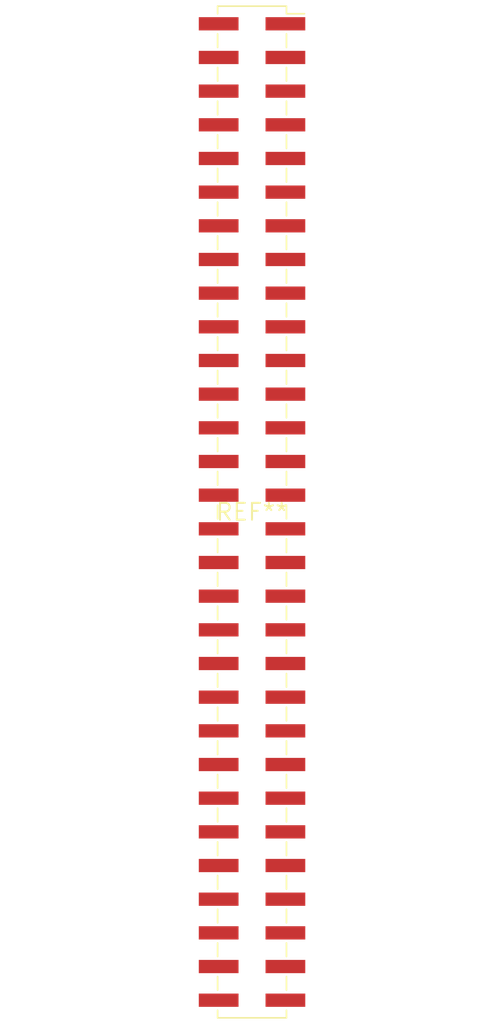
<source format=kicad_pcb>
(kicad_pcb (version 20240108) (generator pcbnew)
  (layers (0 "F.Cu" signal) (31 "B.Cu" signal) (34 "B.Paste" user) (35 "F.Paste" user) (36 "B.SilkS" user "B.Silkscreen") (37 "F.SilkS" user "F.Silkscreen") (38 "B.Mask" user) (39 "F.Mask" user) (44 "Edge.Cuts" user))
  (net 0 "")
  (footprint "PinSocket_2x30_P2.54mm_Vertical_SMD" (layer "F.Cu") (at 0 0)
    (property "Reference" "REF**")
    (property "Value" "PinSocket_2x30_P2.54mm_Vertical_SMD")
    (fp_line (start -2.6 -38.16) (end -2.6 -37.59) (layer "F.SilkS") (stroke (width 0.12)))
    (fp_line (start -2.6 -38.16) (end 2.6 -38.16) (layer "F.SilkS") (stroke (width 0.12)))
    (fp_line (start -2.6 -36.07) (end -2.6 -35.05) (layer "F.SilkS") (stroke (width 0.12)))
    (fp_line (start -2.6 -33.53) (end -2.6 -32.51) (layer "F.SilkS") (stroke (width 0.12)))
    (fp_line (start -2.6 -30.99) (end -2.6 -29.97) (layer "F.SilkS") (stroke (width 0.12)))
    (fp_line (start -2.6 -28.45) (end -2.6 -27.43) (layer "F.SilkS") (stroke (width 0.12)))
    (fp_line (start -2.6 -25.91) (end -2.6 -24.89) (layer "F.SilkS") (stroke (width 0.12)))
    (fp_line (start -2.6 -23.37) (end -2.6 -22.35) (layer "F.SilkS") (stroke (width 0.12)))
    (fp_line (start -2.6 -20.83) (end -2.6 -19.81) (layer "F.SilkS") (stroke (width 0.12)))
    (fp_line (start -2.6 -18.29) (end -2.6 -17.27) (layer "F.SilkS") (stroke (width 0.12)))
    (fp_line (start -2.6 -15.75) (end -2.6 -14.73) (layer "F.SilkS") (stroke (width 0.12)))
    (fp_line (start -2.6 -13.21) (end -2.6 -12.19) (layer "F.SilkS") (stroke (width 0.12)))
    (fp_line (start -2.6 -10.67) (end -2.6 -9.65) (layer "F.SilkS") (stroke (width 0.12)))
    (fp_line (start -2.6 -8.13) (end -2.6 -7.11) (layer "F.SilkS") (stroke (width 0.12)))
    (fp_line (start -2.6 -5.59) (end -2.6 -4.57) (layer "F.SilkS") (stroke (width 0.12)))
    (fp_line (start -2.6 -3.05) (end -2.6 -2.03) (layer "F.SilkS") (stroke (width 0.12)))
    (fp_line (start -2.6 -0.51) (end -2.6 0.51) (layer "F.SilkS") (stroke (width 0.12)))
    (fp_line (start -2.6 2.03) (end -2.6 3.05) (layer "F.SilkS") (stroke (width 0.12)))
    (fp_line (start -2.6 4.57) (end -2.6 5.59) (layer "F.SilkS") (stroke (width 0.12)))
    (fp_line (start -2.6 7.11) (end -2.6 8.13) (layer "F.SilkS") (stroke (width 0.12)))
    (fp_line (start -2.6 9.65) (end -2.6 10.67) (layer "F.SilkS") (stroke (width 0.12)))
    (fp_line (start -2.6 12.19) (end -2.6 13.21) (layer "F.SilkS") (stroke (width 0.12)))
    (fp_line (start -2.6 14.73) (end -2.6 15.75) (layer "F.SilkS") (stroke (width 0.12)))
    (fp_line (start -2.6 17.27) (end -2.6 18.29) (layer "F.SilkS") (stroke (width 0.12)))
    (fp_line (start -2.6 19.81) (end -2.6 20.83) (layer "F.SilkS") (stroke (width 0.12)))
    (fp_line (start -2.6 22.35) (end -2.6 23.37) (layer "F.SilkS") (stroke (width 0.12)))
    (fp_line (start -2.6 24.89) (end -2.6 25.91) (layer "F.SilkS") (stroke (width 0.12)))
    (fp_line (start -2.6 27.43) (end -2.6 28.45) (layer "F.SilkS") (stroke (width 0.12)))
    (fp_line (start -2.6 29.97) (end -2.6 30.99) (layer "F.SilkS") (stroke (width 0.12)))
    (fp_line (start -2.6 32.51) (end -2.6 33.53) (layer "F.SilkS") (stroke (width 0.12)))
    (fp_line (start -2.6 35.05) (end -2.6 36.07) (layer "F.SilkS") (stroke (width 0.12)))
    (fp_line (start -2.6 37.59) (end -2.6 38.16) (layer "F.SilkS") (stroke (width 0.12)))
    (fp_line (start -2.6 38.16) (end 2.6 38.16) (layer "F.SilkS") (stroke (width 0.12)))
    (fp_line (start 2.6 -38.16) (end 2.6 -37.59) (layer "F.SilkS") (stroke (width 0.12)))
    (fp_line (start 2.6 -37.59) (end 3.96 -37.59) (layer "F.SilkS") (stroke (width 0.12)))
    (fp_line (start 2.6 -36.07) (end 2.6 -35.05) (layer "F.SilkS") (stroke (width 0.12)))
    (fp_line (start 2.6 -33.53) (end 2.6 -32.51) (layer "F.SilkS") (stroke (width 0.12)))
    (fp_line (start 2.6 -30.99) (end 2.6 -29.97) (layer "F.SilkS") (stroke (width 0.12)))
    (fp_line (start 2.6 -28.45) (end 2.6 -27.43) (layer "F.SilkS") (stroke (width 0.12)))
    (fp_line (start 2.6 -25.91) (end 2.6 -24.89) (layer "F.SilkS") (stroke (width 0.12)))
    (fp_line (start 2.6 -23.37) (end 2.6 -22.35) (layer "F.SilkS") (stroke (width 0.12)))
    (fp_line (start 2.6 -20.83) (end 2.6 -19.81) (layer "F.SilkS") (stroke (width 0.12)))
    (fp_line (start 2.6 -18.29) (end 2.6 -17.27) (layer "F.SilkS") (stroke (width 0.12)))
    (fp_line (start 2.6 -15.75) (end 2.6 -14.73) (layer "F.SilkS") (stroke (width 0.12)))
    (fp_line (start 2.6 -13.21) (end 2.6 -12.19) (layer "F.SilkS") (stroke (width 0.12)))
    (fp_line (start 2.6 -10.67) (end 2.6 -9.65) (layer "F.SilkS") (stroke (width 0.12)))
    (fp_line (start 2.6 -8.13) (end 2.6 -7.11) (layer "F.SilkS") (stroke (width 0.12)))
    (fp_line (start 2.6 -5.59) (end 2.6 -4.57) (layer "F.SilkS") (stroke (width 0.12)))
    (fp_line (start 2.6 -3.05) (end 2.6 -2.03) (layer "F.SilkS") (stroke (width 0.12)))
    (fp_line (start 2.6 -0.51) (end 2.6 0.51) (layer "F.SilkS") (stroke (width 0.12)))
    (fp_line (start 2.6 2.03) (end 2.6 3.05) (layer "F.SilkS") (stroke (width 0.12)))
    (fp_line (start 2.6 4.57) (end 2.6 5.59) (layer "F.SilkS") (stroke (width 0.12)))
    (fp_line (start 2.6 7.11) (end 2.6 8.13) (layer "F.SilkS") (stroke (width 0.12)))
    (fp_line (start 2.6 9.65) (end 2.6 10.67) (layer "F.SilkS") (stroke (width 0.12)))
    (fp_line (start 2.6 12.19) (end 2.6 13.21) (layer "F.SilkS") (stroke (width 0.12)))
    (fp_line (start 2.6 14.73) (end 2.6 15.75) (layer "F.SilkS") (stroke (width 0.12)))
    (fp_line (start 2.6 17.27) (end 2.6 18.29) (layer "F.SilkS") (stroke (width 0.12)))
    (fp_line (start 2.6 19.81) (end 2.6 20.83) (layer "F.SilkS") (stroke (width 0.12)))
    (fp_line (start 2.6 22.35) (end 2.6 23.37) (layer "F.SilkS") (stroke (width 0.12)))
    (fp_line (start 2.6 24.89) (end 2.6 25.91) (layer "F.SilkS") (stroke (width 0.12)))
    (fp_line (start 2.6 27.43) (end 2.6 28.45) (layer "F.SilkS") (stroke (width 0.12)))
    (fp_line (start 2.6 29.97) (end 2.6 30.99) (layer "F.SilkS") (stroke (width 0.12)))
    (fp_line (start 2.6 32.51) (end 2.6 33.53) (layer "F.SilkS") (stroke (width 0.12)))
    (fp_line (start 2.6 35.05) (end 2.6 36.07) (layer "F.SilkS") (stroke (width 0.12)))
    (fp_line (start 2.6 37.59) (end 2.6 38.16) (layer "F.SilkS") (stroke (width 0.12)))
    (pad "1" smd rect (at 2.52 -36.83) (size 3 1) (layers "F.Cu" "F.Paste" "F.Mask"))
    (pad "2" smd rect (at -2.52 -36.83) (size 3 1) (layers "F.Cu" "F.Paste" "F.Mask"))
    (pad "3" smd rect (at 2.52 -34.29) (size 3 1) (layers "F.Cu" "F.Paste" "F.Mask"))
    (pad "4" smd rect (at -2.52 -34.29) (size 3 1) (layers "F.Cu" "F.Paste" "F.Mask"))
    (pad "5" smd rect (at 2.52 -31.75) (size 3 1) (layers "F.Cu" "F.Paste" "F.Mask"))
    (pad "6" smd rect (at -2.52 -31.75) (size 3 1) (layers "F.Cu" "F.Paste" "F.Mask"))
    (pad "7" smd rect (at 2.52 -29.21) (size 3 1) (layers "F.Cu" "F.Paste" "F.Mask"))
    (pad "8" smd rect (at -2.52 -29.21) (size 3 1) (layers "F.Cu" "F.Paste" "F.Mask"))
    (pad "9" smd rect (at 2.52 -26.67) (size 3 1) (layers "F.Cu" "F.Paste" "F.Mask"))
    (pad "10" smd rect (at -2.52 -26.67) (size 3 1) (layers "F.Cu" "F.Paste" "F.Mask"))
    (pad "11" smd rect (at 2.52 -24.13) (size 3 1) (layers "F.Cu" "F.Paste" "F.Mask"))
    (pad "12" smd rect (at -2.52 -24.13) (size 3 1) (layers "F.Cu" "F.Paste" "F.Mask"))
    (pad "13" smd rect (at 2.52 -21.59) (size 3 1) (layers "F.Cu" "F.Paste" "F.Mask"))
    (pad "14" smd rect (at -2.52 -21.59) (size 3 1) (layers "F.Cu" "F.Paste" "F.Mask"))
    (pad "15" smd rect (at 2.52 -19.05) (size 3 1) (layers "F.Cu" "F.Paste" "F.Mask"))
    (pad "16" smd rect (at -2.52 -19.05) (size 3 1) (layers "F.Cu" "F.Paste" "F.Mask"))
    (pad "17" smd rect (at 2.52 -16.51) (size 3 1) (layers "F.Cu" "F.Paste" "F.Mask"))
    (pad "18" smd rect (at -2.52 -16.51) (size 3 1) (layers "F.Cu" "F.Paste" "F.Mask"))
    (pad "19" smd rect (at 2.52 -13.97) (size 3 1) (layers "F.Cu" "F.Paste" "F.Mask"))
    (pad "20" smd rect (at -2.52 -13.97) (size 3 1) (layers "F.Cu" "F.Paste" "F.Mask"))
    (pad "21" smd rect (at 2.52 -11.43) (size 3 1) (layers "F.Cu" "F.Paste" "F.Mask"))
    (pad "22" smd rect (at -2.52 -11.43) (size 3 1) (layers "F.Cu" "F.Paste" "F.Mask"))
    (pad "23" smd rect (at 2.52 -8.89) (size 3 1) (layers "F.Cu" "F.Paste" "F.Mask"))
    (pad "24" smd rect (at -2.52 -8.89) (size 3 1) (layers "F.Cu" "F.Paste" "F.Mask"))
    (pad "25" smd rect (at 2.52 -6.35) (size 3 1) (layers "F.Cu" "F.Paste" "F.Mask"))
    (pad "26" smd rect (at -2.52 -6.35) (size 3 1) (layers "F.Cu" "F.Paste" "F.Mask"))
    (pad "27" smd rect (at 2.52 -3.81) (size 3 1) (layers "F.Cu" "F.Paste" "F.Mask"))
    (pad "28" smd rect (at -2.52 -3.81) (size 3 1) (layers "F.Cu" "F.Paste" "F.Mask"))
    (pad "29" smd rect (at 2.52 -1.27) (size 3 1) (layers "F.Cu" "F.Paste" "F.Mask"))
    (pad "30" smd rect (at -2.52 -1.27) (size 3 1) (layers "F.Cu" "F.Paste" "F.Mask"))
    (pad "31" smd rect (at 2.52 1.27) (size 3 1) (layers "F.Cu" "F.Paste" "F.Mask"))
    (pad "32" smd rect (at -2.52 1.27) (size 3 1) (layers "F.Cu" "F.Paste" "F.Mask"))
    (pad "33" smd rect (at 2.52 3.81) (size 3 1) (layers "F.Cu" "F.Paste" "F.Mask"))
    (pad "34" smd rect (at -2.52 3.81) (size 3 1) (layers "F.Cu" "F.Paste" "F.Mask"))
    (pad "35" smd rect (at 2.52 6.35) (size 3 1) (layers "F.Cu" "F.Paste" "F.Mask"))
    (pad "36" smd rect (at -2.52 6.35) (size 3 1) (layers "F.Cu" "F.Paste" "F.Mask"))
    (pad "37" smd rect (at 2.52 8.89) (size 3 1) (layers "F.Cu" "F.Paste" "F.Mask"))
    (pad "38" smd rect (at -2.52 8.89) (size 3 1) (layers "F.Cu" "F.Paste" "F.Mask"))
    (pad "39" smd rect (at 2.52 11.43) (size 3 1) (layers "F.Cu" "F.Paste" "F.Mask"))
    (pad "40" smd rect (at -2.52 11.43) (size 3 1) (layers "F.Cu" "F.Paste" "F.Mask"))
    (pad "41" smd rect (at 2.52 13.97) (size 3 1) (layers "F.Cu" "F.Paste" "F.Mask"))
    (pad "42" smd rect (at -2.52 13.97) (size 3 1) (layers "F.Cu" "F.Paste" "F.Mask"))
    (pad "43" smd rect (at 2.52 16.51) (size 3 1) (layers "F.Cu" "F.Paste" "F.Mask"))
    (pad "44" smd rect (at -2.52 16.51) (size 3 1) (layers "F.Cu" "F.Paste" "F.Mask"))
    (pad "45" smd rect (at 2.52 19.05) (size 3 1) (layers "F.Cu" "F.Paste" "F.Mask"))
    (pad "46" smd rect (at -2.52 19.05) (size 3 1) (layers "F.Cu" "F.Paste" "F.Mask"))
    (pad "47" smd rect (at 2.52 21.59) (size 3 1) (layers "F.Cu" "F.Paste" "F.Mask"))
    (pad "48" smd rect (at -2.52 21.59) (size 3 1) (layers "F.Cu" "F.Paste" "F.Mask"))
    (pad "49" smd rect (at 2.52 24.13) (size 3 1) (layers "F.Cu" "F.Paste" "F.Mask"))
    (pad "50" smd rect (at -2.52 24.13) (size 3 1) (layers "F.Cu" "F.Paste" "F.Mask"))
    (pad "51" smd rect (at 2.52 26.67) (size 3 1) (layers "F.Cu" "F.Paste" "F.Mask"))
    (pad "52" smd rect (at -2.52 26.67) (size 3 1) (layers "F.Cu" "F.Paste" "F.Mask"))
    (pad "53" smd rect (at 2.52 29.21) (size 3 1) (layers "F.Cu" "F.Paste" "F.Mask"))
    (pad "54" smd rect (at -2.52 29.21) (size 3 1) (layers "F.Cu" "F.Paste" "F.Mask"))
    (pad "55" smd rect (at 2.52 31.75) (size 3 1) (layers "F.Cu" "F.Paste" "F.Mask"))
    (pad "56" smd rect (at -2.52 31.75) (size 3 1) (layers "F.Cu" "F.Paste" "F.Mask"))
    (pad "57" smd rect (at 2.52 34.29) (size 3 1) (layers "F.Cu" "F.Paste" "F.Mask"))
    (pad "58" smd rect (at -2.52 34.29) (size 3 1) (layers "F.Cu" "F.Paste" "F.Mask"))
    (pad "59" smd rect (at 2.52 36.83) (size 3 1) (layers "F.Cu" "F.Paste" "F.Mask"))
    (pad "60" smd rect (at -2.52 36.83) (size 3 1) (layers "F.Cu" "F.Paste" "F.Mask"))
  )
)
</source>
